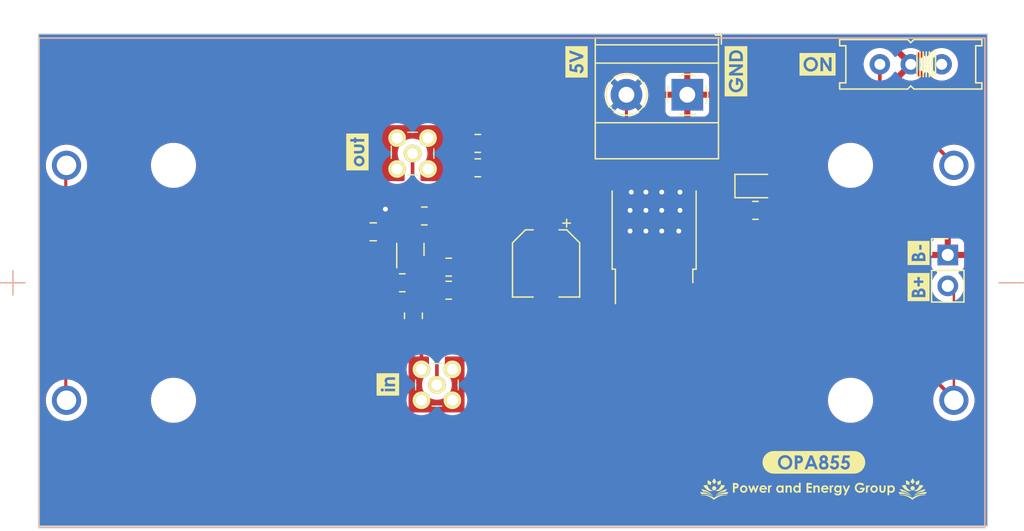
<source format=kicad_pcb>
(kicad_pcb (version 20221018) (generator pcbnew)

  (general
    (thickness 1.6)
  )

  (paper "A4")
  (layers
    (0 "F.Cu" signal)
    (31 "B.Cu" power)
    (32 "B.Adhes" user "B.Adhesive")
    (33 "F.Adhes" user "F.Adhesive")
    (34 "B.Paste" user)
    (35 "F.Paste" user)
    (36 "B.SilkS" user "B.Silkscreen")
    (37 "F.SilkS" user "F.Silkscreen")
    (38 "B.Mask" user)
    (39 "F.Mask" user)
    (40 "Dwgs.User" user "User.Drawings")
    (41 "Cmts.User" user "User.Comments")
    (42 "Eco1.User" user "User.Eco1")
    (43 "Eco2.User" user "User.Eco2")
    (44 "Edge.Cuts" user)
    (45 "Margin" user)
    (46 "B.CrtYd" user "B.Courtyard")
    (47 "F.CrtYd" user "F.Courtyard")
    (48 "B.Fab" user)
    (49 "F.Fab" user)
    (50 "User.1" user)
    (51 "User.2" user)
    (52 "User.3" user)
    (53 "User.4" user)
    (54 "User.5" user)
    (55 "User.6" user)
    (56 "User.7" user)
    (57 "User.8" user)
    (58 "User.9" user)
  )

  (setup
    (stackup
      (layer "F.SilkS" (type "Top Silk Screen"))
      (layer "F.Paste" (type "Top Solder Paste"))
      (layer "F.Mask" (type "Top Solder Mask") (thickness 0.01))
      (layer "F.Cu" (type "copper") (thickness 0.035))
      (layer "dielectric 1" (type "core") (thickness 1.51) (material "FR4") (epsilon_r 4.5) (loss_tangent 0.02))
      (layer "B.Cu" (type "copper") (thickness 0.035))
      (layer "B.Mask" (type "Bottom Solder Mask") (thickness 0.01))
      (layer "B.Paste" (type "Bottom Solder Paste"))
      (layer "B.SilkS" (type "Bottom Silk Screen"))
      (copper_finish "None")
      (dielectric_constraints no)
    )
    (pad_to_mask_clearance 0)
    (grid_origin 141.1 107.3)
    (pcbplotparams
      (layerselection 0x00010fc_ffffffff)
      (plot_on_all_layers_selection 0x0000000_00000000)
      (disableapertmacros false)
      (usegerberextensions false)
      (usegerberattributes true)
      (usegerberadvancedattributes true)
      (creategerberjobfile true)
      (dashed_line_dash_ratio 12.000000)
      (dashed_line_gap_ratio 3.000000)
      (svgprecision 4)
      (plotframeref false)
      (viasonmask false)
      (mode 1)
      (useauxorigin false)
      (hpglpennumber 1)
      (hpglpenspeed 20)
      (hpglpendiameter 15.000000)
      (dxfpolygonmode true)
      (dxfimperialunits true)
      (dxfusepcbnewfont true)
      (psnegative false)
      (psa4output false)
      (plotreference true)
      (plotvalue true)
      (plotinvisibletext false)
      (sketchpadsonfab false)
      (subtractmaskfromsilk false)
      (outputformat 1)
      (mirror false)
      (drillshape 1)
      (scaleselection 1)
      (outputdirectory "")
    )
  )

  (net 0 "")
  (net 1 "Batt-")
  (net 2 "VCC")
  (net 3 "/NI")
  (net 4 "Net-(U1-FB)")
  (net 5 "/I")
  (net 6 "unconnected-(U1-NC-Pad2)")
  (net 7 "/O")
  (net 8 "Net-(J3-Pad2)")
  (net 9 "Batt+")
  (net 10 "Net-(U4-Pad1+)")
  (net 11 "unconnected-(S1-PadO)")
  (net 12 "Net-(S1-PadS)")
  (net 13 "Net-(J4-Pad2)")
  (net 14 "Net-(D1-A)")

  (footprint "kibuzzard-640AA46F" (layer "F.Cu") (at 171.3 122.496137))

  (footprint "kibuzzard-64081571" (layer "F.Cu") (at 179.9 105.9 90))

  (footprint "logo:IITDh logo" (layer "F.Cu") (at 163.1 122.5))

  (footprint "kibuzzard-64081385" (layer "F.Cu") (at 164.9 88.172433 90))

  (footprint "kibuzzard-640AA63A" (layer "F.Cu") (at 171.3 120.3))

  (footprint "kibuzzard-64081227" (layer "F.Cu") (at 136.3 113.9 90))

  (footprint "Resistor_SMD:R_0805_2012Metric" (layer "F.Cu") (at 141.3 106.16 180))

  (footprint "Resistor_SMD:R_0805_2012Metric" (layer "F.Cu") (at 143.6875 94.1 180))

  (footprint "Resistor_SMD:R_0805_2012Metric" (layer "F.Cu") (at 139.3 100.06 180))

  (footprint "Package_TO_SOT_SMD:TO-252-3_TabPin2" (layer "F.Cu") (at 158.175 101.12 90))

  (footprint "Resistor_SMD:R_0805_2012Metric" (layer "F.Cu") (at 141.3 104.26))

  (footprint "Resistor_SMD:R_0805_2012Metric" (layer "F.Cu") (at 143.6875 96.1))

  (footprint "TerminalBlock_Phoenix:TerminalBlock_Phoenix_MKDS-1,5-2_1x02_P5.00mm_Horizontal" (layer "F.Cu") (at 160.9 90.1 180))

  (footprint "MMCX-J-P-H-ST-TH1:MMCXJPHSTTH1" (layer "F.Cu") (at 139.06 115.2 90))

  (footprint "Resistor_SMD:R_0805_2012Metric" (layer "F.Cu") (at 137.4875 105.5475 180))

  (footprint "Capacitor_SMD:C_0805_2012Metric" (layer "F.Cu") (at 135.1 101.36 180))

  (footprint "Package_SON:WSON-8-1EP_2x2mm_P0.5mm_EP0.9x1.6mm" (layer "F.Cu") (at 138.15 102.81 90))

  (footprint "Resistor_SMD:R_0805_2012Metric" (layer "F.Cu") (at 166.5 99.6 180))

  (footprint "Connector_PinHeader_2.54mm:PinHeader_1x02_P2.54mm_Vertical" (layer "F.Cu") (at 182.3 103.26))

  (footprint "kibuzzard-640812E9" (layer "F.Cu") (at 171.6 87.6))

  (footprint "kibuzzard-64081233" (layer "F.Cu") (at 133.8 94.8 90))

  (footprint "kibuzzard-6408135D" (layer "F.Cu") (at 151.8 87.4 90))

  (footprint "Capacitor_SMD:CP_Elec_5x5.3" (layer "F.Cu") (at 149.3 103.96 -90))

  (footprint "EG1218:EG1218" (layer "F.Cu") (at 179.26 87.6 180))

  (footprint "LED_SMD:LED_0805_2012Metric" (layer "F.Cu") (at 166.5 97.6))

  (footprint "Resistor_SMD:R_0805_2012Metric" (layer "F.Cu") (at 138.4 108.26 90))

  (footprint "kibuzzard-64081563" (layer "F.Cu") (at 179.9 103.1 90))

  (footprint "logo:IITDh logo" (layer "F.Cu") (at 179.4 122.5))

  (footprint "MMCX-J-P-H-ST-TH1:MMCXJPHSTTH1" (layer "F.Cu") (at 139.6 96.2 180))

  (footprint "2S-18650-Holder:BAT_BK-18650-PC4" (layer "B.Cu") (at 146.5 105.55))

  (gr_rect (start 107.6 85.1) (end 185.56 125.54)
    (stroke (width 0.1) (type default)) (fill none) (layer "Edge.Cuts") (tstamp d4260b00-c04a-4cea-b299-927748bb5ef9))

  (segment (start 138.9 101.86) (end 139.54 101.86) (width 0.3) (layer "F.Cu") (net 1) (tstamp 1b53156d-4412-450a-82a8-a9be4a06c53e))
  (segment (start 155.9 97.7) (end 156.3 98.1) (width 0.25) (layer "F.Cu") (net 2) (tstamp 001d1a2f-1c6e-41a8-9fb6-3624f37a4c36))
  (segment (start 158.175 100.925) (end 158.7 100.4) (width 0.3) (layer "F.Cu") (net 2) (tstamp 00bcc605-f863-4de1-9cd6-31d493106c97))
  (segment (start 158.175 99.875) (end 158.175 99.86) (width 0.3) (layer "F.Cu") (net 2) (tstamp 0f15d560-cd23-4ba1-8a48-ee90956a7c60))
  (segment (start 146.2 96.1) (end 149.3 99.2) (width 0.25) (layer "F.Cu") (net 2) (tstamp 16611ecc-b935-4ca7-81cd-dbb737ecd506))
  (segment (start 158.175 106.16) (end 158.175 102.625) (width 0.3) (layer "F.Cu") (net 2) (tstamp 22a7b2c0-305f-47bd-9e39-3bb93853e7f9))
  (segment (start 136.05 99.55) (end 136.1 99.5) (width 0.25) (layer "F.Cu") (net 2) (tstamp 593d8409-3556-46e8-9407-fc649c4188bc))
  (segment (start 149.3 99.2) (end 149.3 101.76) (width 0.25) (layer "F.Cu") (net 2) (tstamp 605d86cd-b1f0-47d5-8c7f-53b02d0c455f))
  (segment (start 158.7 102.1) (end 158.175 101.575) (width 0.3) (layer "F.Cu") (net 2) (tstamp 8ac4e6db-9bb7-4e2b-aba0-32b0e321644d))
  (segment (start 144.6 96.1) (end 146.2 96.1) (width 0.25) (layer "F.Cu") (net 2) (tstamp 9dfd595a-4edf-42a0-b871-a506642959d4))
  (segment (start 146.8 104.26) (end 142.2125 104.26) (width 0.3) (layer "F.Cu") (net 2) (tstamp 9e341efb-b94b-4e80-a4d3-43898753249b))
  (segment (start 158.175 102.625) (end 158.7 102.1) (width 0.3) (layer "F.Cu") (net 2) (tstamp a0c1089a-742f-4e67-b424-796abf79cc0f))
  (segment (start 158.7 100.4) (end 158.175 99.875) (width 0.3) (layer "F.Cu") (net 2) (tstamp ac60a66a-2b4e-4958-be3f-fe7631b61ff4))
  (segment (start 156.65 101.535) (end 149.525 101.535) (width 0.3) (layer "F.Cu") (net 2) (tstamp b1cb0b88-10be-407c-b019-25bf70105deb))
  (segment (start 149.525 101.535) (end 149.3 101.76) (width 0.3) (layer "F.Cu") (net 2) (tstamp b40a256c-c509-4390-982d-1609276d28cb))
  (segment (start 155.9 90.1) (end 155.9 97.7) (width 0.25) (layer "F.Cu") (net 2) (tstamp bcefbf40-8939-43be-9829-8d81cd0c0d17))
  (segment (start 149.3 101.76) (end 146.8 104.26) (width 0.3) (layer "F.Cu") (net 2) (tstamp c48b3133-c0c5-427b-9946-67448139fe5e))
  (segment (start 136.05 101.36) (end 136.05 99.55) (width 0.25) (layer "F.Cu") (net 2) (tstamp c9d467f4-eb0e-495f-969e-8d0cf323673b))
  (segment (start 165.5875 99.6) (end 160.3 99.6) (width 0.25) (layer "F.Cu") (net 2) (tstamp d2e1082e-6f0c-4efa-9aaa-d2ee9a9f9287))
  (segment (start 144.6 96.2) (end 144.6 96.1) (width 0.25) (layer "F.Cu") (net 2) (tstamp d436e704-f360-4002-99d8-0cd815d3ed3f))
  (segment (start 158.175 101.575) (end 158.175 100.925) (width 0.3) (layer "F.Cu") (net 2) (tstamp e7d85b4a-4995-4383-9d21-4d5f72ce9ba4))
  (via (at 158.8 98.1) (size 0.8) (drill 0.4) (layers "F.Cu" "B.Cu") (net 2) (tstamp 138f4f98-35d5-464e-8adf-a100a06f09f3))
  (via (at 160.2 101.3) (size 0.8) (drill 0.4) (layers "F.Cu" "B.Cu") (net 2) (tstamp 16543c02-8aff-4fe0-bb7f-be05998f29a4))
  (via (at 157.5 101.3) (size 0.8) (drill 0.4) (layers "F.Cu" "B.Cu") (net 2) (tstamp 24dd1f3a-657b-45c2-b0df-e3391f81a48d))
  (via (at 157.5 98.1) (size 0.8) (drill 0.4) (layers "F.Cu" "B.Cu") (net 2) (tstamp 369f740b-47e7-4f48-953e-77efccbb0c01))
  (via (at 157.5 99.6) (size 0.8) (drill 0.4) (layers "F.Cu" "B.Cu") (net 2) (tstamp 54b4d900-13a2-4d57-8dd1-347706f0b5cf))
  (via (at 160.3 98.1) (size 0.8) (drill 0.4) (layers "F.Cu" "B.Cu") (net 2) (tstamp 8d3f79fb-9d31-4318-8d1a-364f39937f6d))
  (via (at 158.8 101.3) (size 0.8) (drill 0.4) (layers "F.Cu" "B.Cu") (net 2) (tstamp a94ddfe6-7395-4273-8f42-6378b28510d4))
  (via (at 158.8 99.6) (size 0.8) (drill 0.4) (layers "F.Cu" "B.Cu") (net 2) (tstamp aee8e575-d291-4c20-9bc0-6ccf6284b76f))
  (via (at 160.3 99.6) (size 0.8) (drill 0.4) (layers "F.Cu" "B.Cu") (net 2) (tstamp bb5b3128-eb76-420e-b3df-a7112912ae3f))
  (via (at 156.2 101.3) (size 0.8) (drill 0.4) (layers "F.Cu" "B.Cu") (net 2) (tstamp d2c16a3b-699e-4344-b120-9220f5c03d63))
  (via (at 136.1 99.5) (size 0.8) (drill 0.4) (layers "F.Cu" "B.Cu") (net 2) (tstamp ddce3597-ecc3-412f-9395-f9e7d3b2bd48))
  (via (at 156.3 98.1) (size 0.8) (drill 0.4) (layers "F.Cu" "B.Cu") (net 2) (tstamp ec8504e1-80ff-47ce-8a19-4750616cfc53))
  (via (at 156.2 99.6) (size 0.8) (drill 0.4) (layers "F.Cu" "B.Cu") (net 2) (tstamp febe09b9-1d78-4dae-965b-51ebab7eb5ff))
  (segment (start 140.33 113.93) (end 140.33 106.2175) (width 0.3) (layer "F.Cu") (net 3) (tstamp 1f299108-29fc-4758-93f0-079ed5889cc4))
  (segment (start 140.3875 106.16) (end 140.3875 104.26) (width 0.3) (layer "F.Cu") (net 3) (tstamp e7d62b2b-523d-4631-912c-69631269a96c))
  (segment (start 140.33 106.2175) (end 140.3875 106.16) (width 0.3) (layer "F.Cu") (net 3) (tstamp ecb6e2e0-1097-43ad-91b1-73205c1877f5))
  (segment (start 137.4 104.7225) (end 136.575 105.5475) (width 0.3) (layer "F.Cu") (net 4) (tstamp 267f1490-64c5-4e2e-841c-a9b5dd119680))
  (segment (start 137.4 103.76) (end 137.4 104.7225) (width 0.3) (layer "F.Cu") (net 4) (tstamp 8e1bc872-2421-4b2d-b44e-2d13d9534dcf))
  (segment (start 138.4 105.5475) (end 138.4 103.76) (width 0.3) (layer "F.Cu") (net 5) (tstamp 051faa55-46d4-477d-a04d-4f8d423de1e4))
  (segment (start 138.4 107.3475) (end 138.4 105.5475) (width 0.3) (layer "F.Cu") (net 5) (tstamp 0a5b58a2-b5c5-4984-a53f-1840a087289a))
  (segment (start 138.4 100.0725) (end 138.3875 100.06) (width 0.3) (layer "F.Cu") (net 7) (tstamp 74b45df2-d958-4412-8708-1c65f5b4f637))
  (segment (start 138.4 101.86) (end 138.4 100.0725) (width 0.3) (layer "F.Cu") (net 7) (tstamp aae3cbf5-661e-4bdc-9300-c4a70b8649a5))
  (segment (start 138.33 100.0025) (end 138.33 94.93) (width 0.3) (layer "F.Cu") (net 7) (tstamp d24f6a1a-7a8f-45f2-9f09-de5605699232))
  (segment (start 138.3875 100.06) (end 138.33 100.0025) (width 0.3) (layer "F.Cu") (net 7) (tstamp fc30a993-2643-4f44-8184-6cd6431aee0b))
  (segment (start 138.4 109.1725) (end 139.06 109.8325) (width 0.3) (layer "F.Cu") (net 8) (tstamp 76c06ea5-6b10-44d8-b194-63f6d2a5dac2))
  (segment (start 139.06 109.8325) (end 139.06 112.66) (width 0.3) (layer "F.Cu") (net 8) (tstamp e3d6ea07-248b-4364-b9ee-83ca22b2be07))
  (segment (start 182.3 105.6) (end 182.8 106.1) (width 0.2) (layer "F.Cu") (net 9) (tstamp 1b8ece7a-42d5-4d59-bb97-feae2e3607a0))
  (segment (start 182.8 106.1) (end 182.8 115.2) (width 0.2) (layer "F.Cu") (net 9) (tstamp 52dec265-ba51-4fe5-b997-45e3056e1c92))
  (segment (start 173.87 106.16) (end 160.455 106.16) (width 0.3) (layer "F.Cu") (net 9) (tstamp 5a15c9ae-d2ca-410d-a340-deb862215ff5))
  (segment (start 182.8 115.09) (end 173.87 106.16) (width 0.3) (layer "F.Cu") (net 9) (tstamp 8e86cb9e-7f0e-4555-afaa-46b082d852e7))
  (segment (start 182.8 115.2) (end 182.8 115.09) (width 0.3) (layer "F.Cu") (net 9) (tstamp a1b717f3-cb98-4275-bc18-857b5d88a20b))
  (segment (start 109.84 95.96) (end 109.84 115.14) (width 0.25) (layer "F.Cu") (net 10) (tstamp 2cdc1039-d5c2-4954-b545-42c9872230ae))
  (segment (start 109.9 95.9) (end 109.84 95.96) (width 0.25) (layer "F.Cu") (net 10) (tstamp 5e5bfdc3-887f-42ea-be21-ba03e498f7a1))
  (segment (start 109.84 115.14) (end 109.9 115.2) (width 0.25) (layer "F.Cu") (net 10) (tstamp 8484babb-a176-49c7-b09e-3ad86c843514))
  (segment (start 176.72 89.71) (end 182.8 95.79) (width 0.3) (layer "F.Cu") (net 12) (tstamp 8ea1f7fa-aca9-4563-af92-249aab6b3108))
  (segment (start 182.8 95.79) (end 182.8 95.9) (width 0.3) (layer "F.Cu") (net 12) (tstamp a0b7e9c7-c90d-42d4-8af4-497ffa1514f8))
  (segment (start 176.72 87.6) (end 176.72 89.71) (width 0.3) (layer "F.Cu") (net 12) (tstamp cf64631a-93e9-46f7-941b-60f13d762280))
  (segment (start 167.4375 97.6) (end 167.4375 99.575) (width 0.25) (layer "F.Cu") (net 14) (tstamp 1e336664-ad9e-4940-b917-f33102b89b32))
  (segment (start 167.4375 99.575) (end 167.4125 99.6) (width 0.25) (layer "F.Cu") (net 14) (tstamp c6d792e4-a605-4e77-b5b9-911b247febda))

  (zone (net 3) (net_name "/NI") (layer "F.Cu") (tstamp 23baaaa5-c0ce-4c5c-9bc4-2c2171c2f051) (hatch full 0.5)
    (priority 2)
    (connect_pads yes (clearance 0.3))
    (min_thickness 0.25) (filled_areas_thickness no)
    (fill yes (thermal_gap 0.5) (thermal_bridge_width 0.5))
    (polygon
      (pts
        (xy 138.7 103.5)
        (xy 141 103.5)
        (xy 141 104.9)
        (xy 140.9 105)
        (xy 139.8 105)
        (xy 139.8 104.1)
        (xy 139.7 104)
        (xy 138.7 104)
      )
    )
    (filled_polygon
      (layer "F.Cu")
      (pts
        (xy 140.938 103.516613)
        (xy 140.983387 103.562)
        (xy 141 103.624)
        (xy 141 104.848638)
        (xy 140.990561 104.896091)
        (xy 140.963681 104.936319)
        (xy 140.936319 104.963681)
        (xy 140.896091 104.990561)
        (xy 140.848638 105)
        (xy 139.924 105)
        (xy 139.862 104.983387)
        (xy 139.816613 104.938)
        (xy 139.8 104.876)
        (xy 139.8 104.112211)
        (xy 139.8 104.1)
        (xy 139.7 104)
        (xy 139.687789 104)
        (xy 138.9745 104)
        (xy 138.9125 103.983387)
        (xy 138.867113 103.938)
        (xy 138.8505 103.876)
        (xy 138.8505 103.730873)
        (xy 138.8505 103.726238)
        (xy 138.849794 103.721555)
        (xy 138.846995 103.702978)
        (xy 138.850457 103.65017)
        (xy 138.875622 103.603615)
        (xy 138.917907 103.571792)
        (xy 138.96961 103.560499)
        (xy 138.991286 103.560499)
        (xy 138.994864 103.560499)
        (xy 139.019991 103.557585)
        (xy 139.122765 103.512206)
        (xy 139.123123 103.513017)
        (xy 139.13856 103.505551)
        (xy 139.175246 103.5)
        (xy 140.876 103.5)
      )
    )
  )
  (zone (net 13) (net_name "Net-(J4-Pad2)") (layer "F.Cu") (tstamp 5ec07895-90ed-4a29-9fab-83a92fb2d6bf) (hatch full 0.5)
    (priority 2)
    (connect_pads yes (clearance 0.5))
    (min_thickness 0.25) (filled_areas_thickness no)
    (fill yes (thermal_gap 0.5) (thermal_bridge_width 0.5))
    (polygon
      (pts
        (xy 135.3 97.2)
        (xy 135.3 92.6)
        (
... [195081 chars truncated]
</source>
